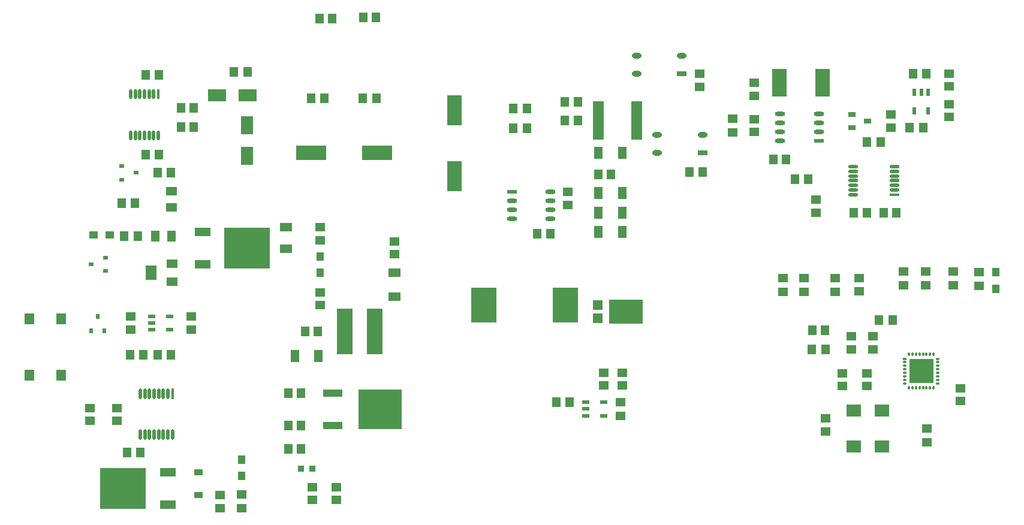
<source format=gtp>
G04 Layer_Color=8421504*
%FSLAX44Y44*%
%MOMM*%
G71*
G01*
G75*
%ADD12R,3.5500X4.9000*%
%ADD13R,3.4500X3.4500*%
%ADD14O,0.3000X0.6000*%
%ADD15O,0.6000X0.3000*%
%ADD16R,0.6000X0.3000*%
%ADD17R,1.4500X1.1500*%
%ADD18R,1.1000X0.6000*%
%ADD19R,2.0000X1.8000*%
%ADD20R,1.4000X1.2000*%
%ADD21O,1.4000X0.4500*%
%ADD22R,1.4000X0.4500*%
%ADD23R,1.2000X1.4000*%
%ADD24R,1.1500X1.4500*%
%ADD25R,1.4000X0.8000*%
%ADD26O,1.4000X0.8000*%
%ADD27R,1.6000X5.4000*%
%ADD28R,1.4500X0.6000*%
%ADD29O,1.4500X0.6000*%
%ADD30R,0.7000X0.6000*%
%ADD31R,0.6000X0.7000*%
%ADD32R,2.2000X6.4000*%
%ADD33R,1.1000X1.2500*%
%ADD34R,0.9000X0.9000*%
%ADD35R,2.1000X4.0000*%
%ADD36R,0.6000X1.1000*%
%ADD37R,1.1500X1.8000*%
%ADD38R,2.6500X1.7500*%
%ADD39R,0.4500X1.4000*%
%ADD40O,0.4500X1.4000*%
%ADD41R,1.2500X1.1000*%
%ADD42R,2.7500X1.0000*%
%ADD43R,6.1500X5.5500*%
%ADD44R,1.3000X1.6000*%
%ADD45R,1.1000X0.6500*%
%ADD46R,6.4000X5.8000*%
%ADD47R,2.2000X1.2000*%
%ADD48R,1.6000X1.3000*%
%ADD49R,1.6000X2.0000*%
%ADD50R,1.7500X2.6500*%
%ADD51R,4.3000X2.1000*%
%ADD52R,1.4000X1.6000*%
%ADD53R,1.2200X0.9100*%
%ADD54R,0.4500X1.5000*%
%ADD55O,0.4500X1.5000*%
%ADD56R,1.8000X1.2000*%
%ADD57R,1.8000X1.1500*%
%ADD58R,2.1000X4.3000*%
%ADD59R,1.4000X1.3900*%
%ADD60R,4.8600X3.3600*%
D12*
X1548500Y462000D02*
D03*
X1433500D02*
D03*
D13*
X2051000Y369000D02*
D03*
D14*
X2033500Y392500D02*
D03*
X2038500D02*
D03*
X2043500D02*
D03*
X2048500D02*
D03*
X2053500D02*
D03*
X2058500D02*
D03*
X2063500D02*
D03*
X2068500D02*
D03*
Y345500D02*
D03*
X2063500D02*
D03*
X2058500D02*
D03*
X2053500D02*
D03*
X2048500D02*
D03*
X2043500D02*
D03*
X2038500D02*
D03*
X2033500D02*
D03*
D15*
X2074500Y386500D02*
D03*
Y381500D02*
D03*
Y376500D02*
D03*
Y371500D02*
D03*
Y366500D02*
D03*
Y361500D02*
D03*
Y356500D02*
D03*
Y351500D02*
D03*
X2027500D02*
D03*
Y356500D02*
D03*
Y361500D02*
D03*
Y366500D02*
D03*
Y371500D02*
D03*
Y376500D02*
D03*
Y381500D02*
D03*
D16*
Y386500D02*
D03*
D17*
X1963500Y500500D02*
D03*
Y481500D02*
D03*
X1929500Y500000D02*
D03*
Y481000D02*
D03*
X2059000Y287500D02*
D03*
Y268500D02*
D03*
X1626000Y325000D02*
D03*
Y306000D02*
D03*
X1785000Y706500D02*
D03*
Y725500D02*
D03*
X2008000Y712500D02*
D03*
Y731500D02*
D03*
X2026000Y509500D02*
D03*
Y490500D02*
D03*
X2057000D02*
D03*
Y509500D02*
D03*
X2096000Y509500D02*
D03*
Y490500D02*
D03*
X2132250Y508750D02*
D03*
Y489750D02*
D03*
X1885500Y481000D02*
D03*
Y500000D02*
D03*
X1856000Y481000D02*
D03*
Y500000D02*
D03*
X1202000Y572500D02*
D03*
Y553500D02*
D03*
X1091000Y194500D02*
D03*
Y175500D02*
D03*
X1061000Y194000D02*
D03*
Y175000D02*
D03*
X1738000Y789500D02*
D03*
X1738000Y770500D02*
D03*
X1815000Y776500D02*
D03*
Y757500D02*
D03*
D18*
X1577000Y306000D02*
D03*
Y315500D02*
D03*
Y325000D02*
D03*
X1603000Y325000D02*
D03*
X1603000Y306000D02*
D03*
X964000Y427500D02*
D03*
Y437000D02*
D03*
Y446500D02*
D03*
X990000D02*
D03*
Y427500D02*
D03*
D19*
X1955750Y262350D02*
D03*
Y313150D02*
D03*
X1995750D02*
D03*
Y262350D02*
D03*
D20*
X1916000Y284000D02*
D03*
Y302000D02*
D03*
X935000Y446000D02*
D03*
Y428000D02*
D03*
X1603000Y349000D02*
D03*
Y367000D02*
D03*
X1629000Y367000D02*
D03*
Y349000D02*
D03*
X1191000Y205000D02*
D03*
Y187000D02*
D03*
X2090000Y728000D02*
D03*
Y746000D02*
D03*
X2106000Y327000D02*
D03*
Y345000D02*
D03*
X1974000Y348000D02*
D03*
Y366000D02*
D03*
X1940000D02*
D03*
Y348000D02*
D03*
X1225000Y205000D02*
D03*
Y187000D02*
D03*
X1020000Y428000D02*
D03*
Y446000D02*
D03*
X1815000Y725000D02*
D03*
Y707000D02*
D03*
X1902000Y593000D02*
D03*
Y611000D02*
D03*
X2090000Y789000D02*
D03*
Y771000D02*
D03*
X1983000Y400000D02*
D03*
Y418000D02*
D03*
X1952000Y418000D02*
D03*
Y400000D02*
D03*
X877000Y317000D02*
D03*
Y299000D02*
D03*
X915000Y317000D02*
D03*
Y299000D02*
D03*
X1307000Y534000D02*
D03*
Y552000D02*
D03*
X1202000Y480000D02*
D03*
Y462000D02*
D03*
X1552000Y622000D02*
D03*
Y604000D02*
D03*
D21*
X1954500Y657500D02*
D03*
Y651000D02*
D03*
Y644500D02*
D03*
Y638000D02*
D03*
Y631500D02*
D03*
Y625000D02*
D03*
Y618500D02*
D03*
X2013500Y657500D02*
D03*
Y651000D02*
D03*
Y644500D02*
D03*
Y638000D02*
D03*
Y631500D02*
D03*
Y625000D02*
D03*
D22*
Y618500D02*
D03*
D23*
X2016000Y593000D02*
D03*
X1998000D02*
D03*
X1157000Y259000D02*
D03*
X1175000D02*
D03*
X1157000Y338000D02*
D03*
X1175000D02*
D03*
Y292000D02*
D03*
X1157000D02*
D03*
X1023750Y714000D02*
D03*
X1005750D02*
D03*
X1860000Y668000D02*
D03*
X1842000D02*
D03*
X1974000Y593000D02*
D03*
X1956000D02*
D03*
X1897000Y427000D02*
D03*
X1915000D02*
D03*
X1281000Y869000D02*
D03*
X1263000D02*
D03*
X1219000Y867000D02*
D03*
X1201000D02*
D03*
X1199000Y425000D02*
D03*
X1181000D02*
D03*
X974000Y675000D02*
D03*
X956000D02*
D03*
X974000Y787000D02*
D03*
X956000D02*
D03*
X1023750Y741000D02*
D03*
X1005750D02*
D03*
X1595000Y647000D02*
D03*
X1613000D02*
D03*
X1509000Y563000D02*
D03*
X1527000Y563000D02*
D03*
D24*
X948500Y254000D02*
D03*
X929500D02*
D03*
X1535500Y325000D02*
D03*
X1554500Y325000D02*
D03*
X1547500Y749000D02*
D03*
X1566500D02*
D03*
X921500Y606000D02*
D03*
X940500D02*
D03*
X1189500Y754000D02*
D03*
X1208500D02*
D03*
X1262500D02*
D03*
X1281500D02*
D03*
X1080500Y792000D02*
D03*
X1099500D02*
D03*
X1475000Y712000D02*
D03*
X1494000D02*
D03*
Y740000D02*
D03*
X1475000D02*
D03*
X1974500Y693000D02*
D03*
X1993500D02*
D03*
X1872500Y640000D02*
D03*
X1891500D02*
D03*
X2034500Y713000D02*
D03*
X2053500D02*
D03*
X2039500Y789000D02*
D03*
X2058500D02*
D03*
X1896500Y400000D02*
D03*
X1915500D02*
D03*
X2010500Y441500D02*
D03*
X1991500D02*
D03*
X925500Y560000D02*
D03*
X944500D02*
D03*
X972500Y649000D02*
D03*
X991500D02*
D03*
X952500Y392000D02*
D03*
X933500D02*
D03*
X991500D02*
D03*
X972500D02*
D03*
X1566500Y723000D02*
D03*
X1547500D02*
D03*
X1742500Y650000D02*
D03*
X1723500D02*
D03*
D25*
X1713000Y789300D02*
D03*
X1742000Y677300D02*
D03*
D26*
X1713000Y814700D02*
D03*
X1649000Y789300D02*
D03*
Y814700D02*
D03*
X1678000Y702700D02*
D03*
Y677300D02*
D03*
X1742000Y702700D02*
D03*
D27*
X1649000Y723000D02*
D03*
X1595000D02*
D03*
D28*
X1472750Y622050D02*
D03*
X1906250Y693950D02*
D03*
D29*
X1472750Y609350D02*
D03*
Y596650D02*
D03*
Y583950D02*
D03*
X1527250Y622050D02*
D03*
Y609350D02*
D03*
X1527250Y596650D02*
D03*
X1527250Y583950D02*
D03*
X1851750Y732050D02*
D03*
Y719350D02*
D03*
Y706650D02*
D03*
Y693950D02*
D03*
X1906250Y732050D02*
D03*
Y719350D02*
D03*
Y706650D02*
D03*
D30*
X942000Y649000D02*
D03*
X922000Y639500D02*
D03*
Y658500D02*
D03*
X879000Y520000D02*
D03*
X899000Y529500D02*
D03*
Y510500D02*
D03*
D31*
X888000Y446000D02*
D03*
X897500Y426000D02*
D03*
X878500D02*
D03*
D32*
X1237000Y425000D02*
D03*
X1279000D02*
D03*
D33*
X1202000Y507750D02*
D03*
Y531250D02*
D03*
X2156750Y508750D02*
D03*
Y485250D02*
D03*
X1091000Y244250D02*
D03*
Y220750D02*
D03*
D34*
X1191000Y231000D02*
D03*
X1175000D02*
D03*
D35*
X1911500Y776000D02*
D03*
X1850500D02*
D03*
D36*
X2041500Y763000D02*
D03*
X2051000D02*
D03*
X2060500D02*
D03*
Y737000D02*
D03*
X2041500D02*
D03*
D37*
X1166250Y390000D02*
D03*
X1199750D02*
D03*
X1595250Y621000D02*
D03*
X1628750D02*
D03*
X1595250Y593000D02*
D03*
X1628750D02*
D03*
X1595250Y677000D02*
D03*
X1628750D02*
D03*
X1595250Y566000D02*
D03*
X1628750D02*
D03*
D38*
X1099500Y759000D02*
D03*
X1056500D02*
D03*
D39*
X973500Y760500D02*
D03*
D40*
X967000D02*
D03*
X960500D02*
D03*
X954000D02*
D03*
X947500D02*
D03*
X941000D02*
D03*
X934500D02*
D03*
X973500Y701500D02*
D03*
X967000D02*
D03*
X960500D02*
D03*
X954000D02*
D03*
X947500D02*
D03*
X941000D02*
D03*
X934500D02*
D03*
D41*
X905250Y561000D02*
D03*
X881750D02*
D03*
D42*
X1220000Y337900D02*
D03*
Y292100D02*
D03*
D43*
X1287000Y315000D02*
D03*
D44*
X992500Y560000D02*
D03*
X969500D02*
D03*
D45*
X1975000Y722000D02*
D03*
X1953000Y712500D02*
D03*
Y731500D02*
D03*
D46*
X1099000Y543000D02*
D03*
X924000Y203200D02*
D03*
D47*
X1036000Y520200D02*
D03*
Y565800D02*
D03*
X987000Y226000D02*
D03*
Y180400D02*
D03*
D48*
X992750Y495500D02*
D03*
Y520500D02*
D03*
X992000Y623500D02*
D03*
Y600500D02*
D03*
D49*
X963750Y508000D02*
D03*
D50*
X1099000Y716500D02*
D03*
Y673500D02*
D03*
D51*
X1282250Y677000D02*
D03*
X1189750D02*
D03*
D52*
X836500Y443000D02*
D03*
Y363000D02*
D03*
X791500Y443000D02*
D03*
Y363000D02*
D03*
D53*
X1030000Y226500D02*
D03*
Y193500D02*
D03*
D54*
X993750Y337000D02*
D03*
D55*
X987250D02*
D03*
X980750D02*
D03*
X974250D02*
D03*
X967750D02*
D03*
X961250D02*
D03*
X954750D02*
D03*
X948250D02*
D03*
X993750Y279000D02*
D03*
X987250D02*
D03*
X980750D02*
D03*
X974250D02*
D03*
X967750D02*
D03*
X961250D02*
D03*
X954750D02*
D03*
X948250D02*
D03*
D56*
X1154000Y572000D02*
D03*
Y542000D02*
D03*
D57*
X1307000Y474250D02*
D03*
Y507750D02*
D03*
D58*
X1392000Y644750D02*
D03*
Y737250D02*
D03*
D59*
X1594000Y462400D02*
D03*
Y444000D02*
D03*
D60*
X1633820Y453200D02*
D03*
M02*

</source>
